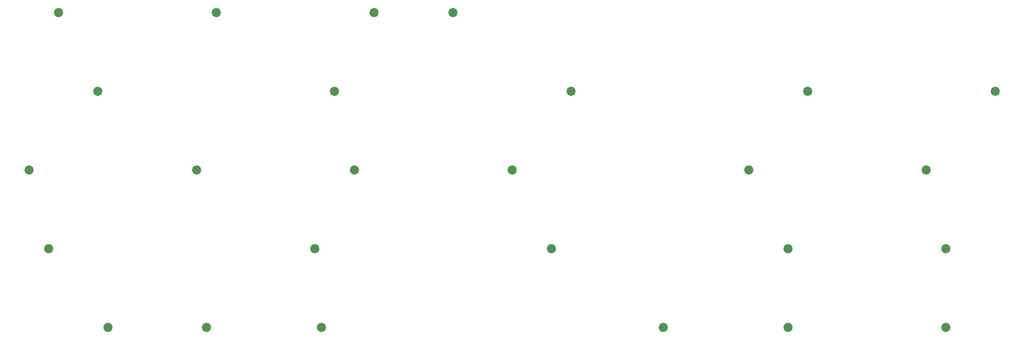
<source format=gbr>
%TF.GenerationSoftware,KiCad,Pcbnew,(7.0.0)*%
%TF.CreationDate,2023-09-29T19:28:17+02:00*%
%TF.ProjectId,Hull OEM 625u,48756c6c-204f-4454-9d20-363235752e6b,rev?*%
%TF.SameCoordinates,Original*%
%TF.FileFunction,Soldermask,Bot*%
%TF.FilePolarity,Negative*%
%FSLAX46Y46*%
G04 Gerber Fmt 4.6, Leading zero omitted, Abs format (unit mm)*
G04 Created by KiCad (PCBNEW (7.0.0)) date 2023-09-29 19:28:17*
%MOMM*%
%LPD*%
G01*
G04 APERTURE LIST*
%ADD10C,2.200000*%
G04 APERTURE END LIST*
D10*
%TO.C,H7*%
X161925000Y-77787500D03*
%TD*%
%TO.C,H22*%
X73818750Y-134937500D03*
%TD*%
%TO.C,H26*%
X252412500Y-134937500D03*
%TD*%
%TO.C,H13*%
X147637500Y-96837500D03*
%TD*%
%TO.C,H8*%
X219075000Y-77787500D03*
%TD*%
%TO.C,H19*%
X214312500Y-115887500D03*
%TD*%
%TO.C,H3*%
X114300000Y-58737500D03*
%TD*%
%TO.C,H18*%
X157162500Y-115887500D03*
%TD*%
%TO.C,H16*%
X35718750Y-115887500D03*
%TD*%
%TO.C,H25*%
X214312500Y-134937500D03*
%TD*%
%TO.C,H24*%
X184150000Y-134937500D03*
%TD*%
%TO.C,H1*%
X38100000Y-58737500D03*
%TD*%
%TO.C,H20*%
X252412500Y-115887500D03*
%TD*%
%TO.C,H17*%
X100012500Y-115887500D03*
%TD*%
%TO.C,H9*%
X264318750Y-77787500D03*
%TD*%
%TO.C,H11*%
X71437500Y-96837500D03*
%TD*%
%TO.C,H2*%
X76200000Y-58737500D03*
%TD*%
%TO.C,H10*%
X30956250Y-96837500D03*
%TD*%
%TO.C,H14*%
X204787500Y-96837500D03*
%TD*%
%TO.C,H21*%
X50006250Y-134937500D03*
%TD*%
%TO.C,H5*%
X47625000Y-77787500D03*
%TD*%
%TO.C,H23*%
X101600000Y-134937500D03*
%TD*%
%TO.C,H12*%
X109537500Y-96837500D03*
%TD*%
%TO.C,H15*%
X247650000Y-96837500D03*
%TD*%
%TO.C,H6*%
X104775000Y-77787500D03*
%TD*%
%TO.C,H4*%
X133350000Y-58737500D03*
%TD*%
M02*

</source>
